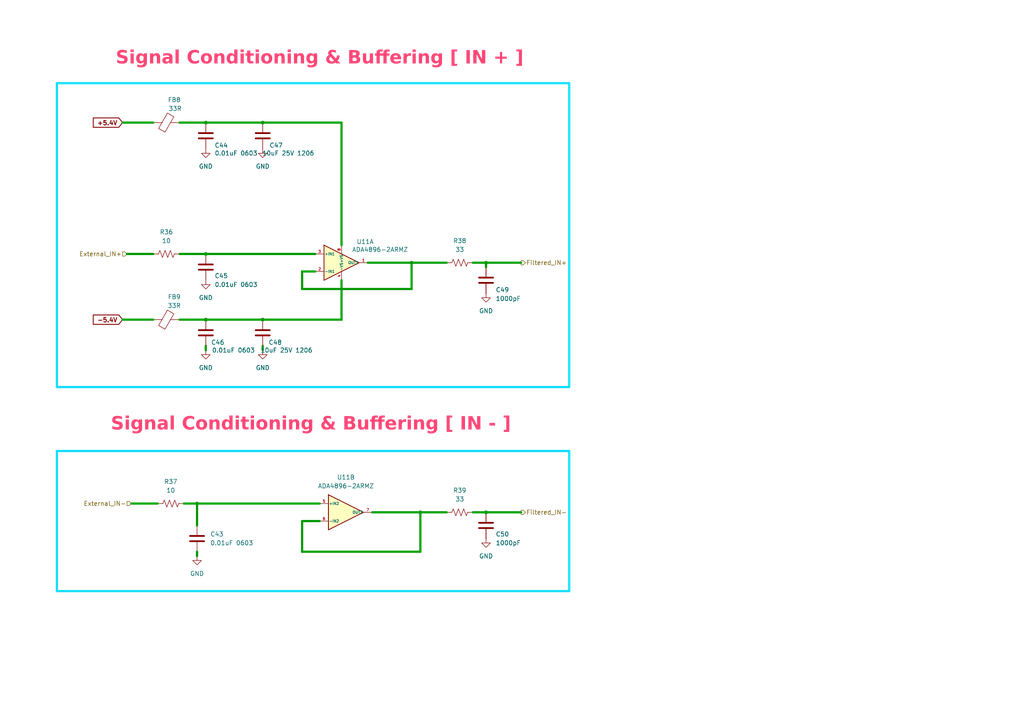
<source format=kicad_sch>
(kicad_sch (version 20250114) (generator "eeschema") (generator_version "9.0")
  (paper "A4")
  (title_block (title "NanoPulse - ADC Driver Stage") (date "2025-07-10") (rev "Rev 1") (company "N-Well Labs\n\n"))
  (lib_symbols
    (symbol "majed-symbols:ADA4896-u_1" (pin_names (offset 0.127))
      (property "Reference" "U12" (at 0 10.16 0))
      (property "Value" "ADA4896-2ARMZ" (at 0 7.62 0))
      (symbol "ADA4896-u_1_1_1"
        (polyline (pts (xy -5.08 5.08) (xy 5.08 0) (xy -5.08 -5.08) (xy -5.08 5.08)) (stroke (width 0.254)) (fill (type background)))
        (pin input line (at -7.62 2.54 0) (length 2.54) (name "+IN1") (number "3"))
        (pin input line (at -7.62 -2.54 0) (length 2.54) (name "-IN1") (number "2"))
        (pin output line (at 0 5.08 270) (length 2.54) (name "+VS") (number "8"))
        (pin output line (at 0 -5.08 90) (length 2.54) (name "-VS") (number "4"))
        (pin output line (at 7.62 0 180) (length 2.54) (name "OUT1") (number "1"))
      )
      (symbol "ADA4896-u_1_2_1"
        (polyline (pts (xy -5.08 5.08) (xy 5.08 0) (xy -5.08 -5.08) (xy -5.08 5.08)) (stroke (width 0.254)) (fill (type background)))
        (pin input line (at -7.62 2.54 0) (length 2.54) (name "+IN2") (number "5"))
        (pin input line (at -7.62 -2.54 0) (length 2.54) (name "-IN2") (number "6"))
        (pin output line (at 7.62 0 180) (length 2.54) (name "OUT2") (number "7"))
      )
    )
    (symbol "majed-symbols:C" (pin_numbers (hide yes)) (pin_names (offset 0.254))
      (property "Reference" "C" (at 0.635 2.54 0))
      (property "Value" "C" (at 0.635 -2.54 0))
      (symbol "C_0_1"
        (polyline (pts (xy -2.032 0.762) (xy 2.032 0.762)) (stroke (width 0.508)))
        (polyline (pts (xy -2.032 -0.762) (xy 2.032 -0.762)) (stroke (width 0.508)))
      )
      (symbol "C_1_1"
        (pin passive line (at 0 3.81 270) (length 2.794) (name "~") (number "1"))
        (pin passive line (at 0 -3.81 90) (length 2.794) (name "~") (number "2"))
      )
    )
    (symbol "majed-symbols:FerriteBead" (pin_numbers (hide yes)) (pin_names (offset 0))
      (property "Reference" "FB" (at -3.81 0.635 90))
      (property "Value" "FerriteBead" (at 3.81 0 90))
      (symbol "FerriteBead_0_1"
        (polyline (pts (xy -2.7686 0.4064) (xy -1.7018 2.2606) (xy 2.7686 -0.3048) (xy 1.6764 -2.159) (xy -2.7686 0.4064)))
        (polyline (pts (xy 0 1.27) (xy 0 1.2954)))
        (polyline (pts (xy 0 -1.27) (xy 0 -1.2192)))
      )
      (symbol "FerriteBead_1_1"
        (pin passive line (at 0 3.81 270) (length 2.54) (name "~") (number "1"))
        (pin passive line (at 0 -3.81 90) (length 2.54) (name "~") (number "2"))
      )
    )
    (symbol "majed-symbols:GND" (power) (pin_numbers (hide yes)) (pin_names (offset 0) (hide yes))
      (property "Value" "GND" (at 0 -3.81 0))
      (symbol "GND_0_1"
        (polyline (pts (xy 0 0) (xy 0 -1.27) (xy 1.27 -1.27) (xy 0 -2.54) (xy -1.27 -1.27) (xy 0 -1.27)))
      )
      (symbol "GND_1_1"
        (pin power_in line (at 0 0 270) (length 0) (name "~") (number "1"))
      )
    )
    (symbol "majed-symbols:R_US" (pin_numbers (hide yes)) (pin_names (offset 0))
      (property "Reference" "R" (at 2.54 0 90))
      (property "Value" "R_US" (at -2.54 0 90))
      (symbol "R_US_0_1"
        (polyline (pts (xy 0 2.286) (xy 0 2.54)))
        (polyline (pts (xy 0 2.286) (xy 1.016 1.905) (xy 0 1.524) (xy -1.016 1.143) (xy 0 0.762)))
        (polyline (pts (xy 0 0.762) (xy 1.016 0.381) (xy 0 0) (xy -1.016 -0.381) (xy 0 -0.762)))
        (polyline (pts (xy 0 -0.762) (xy 1.016 -1.143) (xy 0 -1.524) (xy -1.016 -1.905) (xy 0 -2.286)))
        (polyline (pts (xy 0 -2.286) (xy 0 -2.54)))
      )
      (symbol "R_US_1_1"
        (pin passive line (at 0 3.81 270) (length 1.27) (name "~") (number "1"))
        (pin passive line (at 0 -3.81 90) (length 1.27) (name "~") (number "2"))
      )
    )
  )
  (rectangle (start 16.51 24.13) (end 165.1 112.268) (stroke (width 0.635) (color 14 220 255 1)))
  (rectangle (start 16.51 130.81) (end 165.1 171.45) (stroke (width 0.635) (color 14 220 255 1)))
  (text "Signal Conditioning & Buffering [ IN + ]" (at 92.71 18.034 0) (effects (font (size 3.81 3.81) (bold yes))))
  (text "Signal Conditioning & Buffering [ IN - ]" (at 90.17 124.206 0) (effects (font (size 3.81 3.81) (bold yes))))
  (junction (at 76.2 35.56))
  (junction (at 140.97 76.2))
  (junction (at 59.69 35.56))
  (junction (at 57.15 146.05))
  (junction (at 140.97 148.59))
  (junction (at 121.92 148.59))
  (junction (at 59.69 73.66))
  (junction (at 76.2 92.71))
  (junction (at 59.69 92.71))
  (junction (at 119.38 76.2))
  (wire (pts (xy 119.38 76.2) (xy 129.54 76.2)) (stroke (width 0.635)))
  (wire (pts (xy 59.69 35.56) (xy 52.07 35.56)) (stroke (width 0.635)))
  (wire (pts (xy 76.2 35.56) (xy 99.06 35.56)) (stroke (width 0.635)))
  (wire (pts (xy 137.16 76.2) (xy 140.97 76.2)) (stroke (width 0.635)))
  (wire (pts (xy 140.97 148.59) (xy 151.13 148.59)) (stroke (width 0.635)))
  (wire (pts (xy 59.69 92.71) (xy 76.2 92.71)) (stroke (width 0.635)))
  (wire (pts (xy 59.69 35.56) (xy 76.2 35.56)) (stroke (width 0.635)))
  (wire (pts (xy 76.2 101.6) (xy 76.2 100.33)) (stroke (width 0.635)))
  (wire (pts (xy 99.06 81.28) (xy 99.06 92.71)) (stroke (width 0.635)))
  (wire (pts (xy 57.15 152.4) (xy 57.15 146.05)) (stroke (width 0.635)))
  (wire (pts (xy 59.69 101.6) (xy 59.69 100.33)) (stroke (width 0.635)))
  (wire (pts (xy 119.38 76.2) (xy 119.38 83.82)) (stroke (width 0.635)))
  (wire (pts (xy 137.16 148.59) (xy 140.97 148.59)) (stroke (width 0.635)))
  (wire (pts (xy 38.1 146.05) (xy 45.72 146.05)) (stroke (width 0.635)))
  (wire (pts (xy 140.97 76.2) (xy 140.97 77.47)) (stroke (width 0.635)))
  (wire (pts (xy 57.15 146.05) (xy 92.71 146.05)) (stroke (width 0.635)))
  (wire (pts (xy 35.56 92.71) (xy 44.45 92.71)) (stroke (width 0.635)))
  (wire (pts (xy 92.71 151.13) (xy 87.63 151.13)) (stroke (width 0.635)))
  (wire (pts (xy 52.07 92.71) (xy 59.69 92.71)) (stroke (width 0.635)))
  (wire (pts (xy 87.63 83.82) (xy 119.38 83.82)) (stroke (width 0.635)))
  (wire (pts (xy 99.06 35.56) (xy 99.06 71.12)) (stroke (width 0.635)))
  (wire (pts (xy 53.34 146.05) (xy 57.15 146.05)) (stroke (width 0.635)))
  (wire (pts (xy 57.15 161.29) (xy 57.15 160.02)) (stroke (width 0.635)))
  (wire (pts (xy 76.2 92.71) (xy 99.06 92.71)) (stroke (width 0.635)))
  (wire (pts (xy 106.68 76.2) (xy 119.38 76.2)) (stroke (width 0.635)))
  (wire (pts (xy 107.95 148.59) (xy 121.92 148.59)) (stroke (width 0.635)))
  (wire (pts (xy 87.63 151.13) (xy 87.63 160.02)) (stroke (width 0.635)))
  (wire (pts (xy 121.92 148.59) (xy 121.92 160.02)) (stroke (width 0.635)))
  (wire (pts (xy 87.63 78.74) (xy 91.44 78.74)) (stroke (width 0.635)))
  (wire (pts (xy 36.83 73.66) (xy 44.45 73.66)) (stroke (width 0.635)))
  (wire (pts (xy 52.07 73.66) (xy 59.69 73.66)) (stroke (width 0.635)))
  (wire (pts (xy 35.56 35.56) (xy 44.45 35.56)) (stroke (width 0.635)))
  (wire (pts (xy 87.63 160.02) (xy 121.92 160.02)) (stroke (width 0.635)))
  (wire (pts (xy 87.63 78.74) (xy 87.63 83.82)) (stroke (width 0.635)))
  (wire (pts (xy 140.97 76.2) (xy 151.13 76.2)) (stroke (width 0.635)))
  (wire (pts (xy 59.69 73.66) (xy 91.44 73.66)) (stroke (width 0.635)))
  (wire (pts (xy 121.92 148.59) (xy 129.54 148.59)) (stroke (width 0.635)))
  (global_label "+5.4V" (shape input) (at 35.56 35.56 180) (effects (font (bold yes))) (property "Intersheetrefs" "${INTERSHEET_REFS}" (effects (hide yes))) (property "Disc" "VIO" (effects (hide yes))))
  (global_label "-5.4V" (shape input) (at 35.56 92.71 180) (effects (font (bold yes))) (property "Intersheetrefs" "${INTERSHEET_REFS}" (effects (hide yes))) (property "Disc" "VIO" (effects (hide yes))))
  (hierarchical_label "External_IN+" (shape input) (at 36.83 73.66 180))
  (hierarchical_label "Filtered_IN+" (shape output) (at 151.13 76.2 0))
  (hierarchical_label "Filtered_IN-" (shape output) (at 151.13 148.59 0))
  (hierarchical_label "External_IN-" (shape input) (at 38.1 146.05 180))
  (symbol (lib_id "majed-symbols:ADA4896-u_1") (at 100.33 148.59 0) (unit 2)
    (property "Reference" "U11" (at 100.33 138.43 0))
    (property "Value" "ADA4896-2ARMZ" (at 100.33 140.97 0))
    (property "Footprint" "Majed-footprints:RM_8_ADI" (effects (hide yes)))
    (property "Datasheet" "https://www.analog.com/media/en/technical-documentation/data-sheets/ADA4807-1_4807-2_4807-4.pdf" (effects (hide yes)))
    (property "Description" "Dual Rail-to-Rail Input/Output Amplifiers, with disable, SC-70-6/SOT-23-6" (effects (hide yes)))
    (property "Digikey" "505-ADA4896-2ARMZ-ND " (effects (hide yes)))
    (property "Manufacturer" "Analog Devices Inc." (effects (hide yes)))
    (property "Mfg part #" "ADA4896-2ARMZ " (effects (hide yes)))
    (instances (project "NanoPulse" (path "" (reference "U11") (unit 2)) (path "" (reference "U12") (unit 2))))
  )
  (symbol (lib_id "majed-symbols:C") (at 59.69 39.37 0) (unit 1)
    (property "Reference" "C44" (at 62.23 42.164 0) (effects (justify left)))
    (property "Value" "0.01uF 0603" (at 62.23 44.45 0) (effects (justify left)))
    (property "Footprint" "Capacitor_SMD:C_0603_1608Metric" (effects (hide yes)))
    (property "Description" "Unpolarized capacitor" (effects (hide yes)))
    (property "Manufacturer" "KEMET" (effects (hide yes)))
    (property "Digikey" "399-17568-1-ND" (effects (hide yes)))
    (property "Mfg part #" "C0603C103J5REC7411" (effects (hide yes)))
    (instances (project "NanoPulse" (path "" (reference "C44") (unit 1)) (path "" (reference "C52") (unit 1))))
  )
  (symbol (lib_id "majed-symbols:GND") (at 59.69 81.28 0) (unit 1)
    (property "Reference" "#PWR0100" (effects (hide yes)))
    (property "Value" "GND" (at 59.69 86.36 0))
    (property "Description" "Power symbol creates a global label with name \"GND\" , ground" (effects (hide yes)))
    (instances (project "NanoPulse" (path "" (reference "#PWR0100") (unit 1)) (path "" (reference "#PWR0108") (unit 1))))
  )
  (symbol (lib_id "majed-symbols:GND") (at 140.97 85.09 0) (unit 1)
    (property "Reference" "#PWR0104" (effects (hide yes)))
    (property "Value" "GND" (at 140.97 90.17 0))
    (property "Description" "Power symbol creates a global label with name \"GND\" , ground" (effects (hide yes)))
    (instances (project "NanoPulse" (path "" (reference "#PWR0104") (unit 1)) (path "" (reference "#PWR0112") (unit 1))))
  )
  (symbol (lib_id "majed-symbols:GND") (at 140.97 156.21 0) (unit 1)
    (property "Reference" "#PWR0105" (effects (hide yes)))
    (property "Value" "GND" (at 140.97 161.29 0))
    (property "Description" "Power symbol creates a global label with name \"GND\" , ground" (effects (hide yes)))
    (instances (project "NanoPulse" (path "" (reference "#PWR0105") (unit 1)) (path "" (reference "#PWR0113") (unit 1))))
  )
  (symbol (lib_id "majed-symbols:FerriteBead") (at 48.26 92.71 90) (unit 1)
    (property "Reference" "FB9" (at 50.546 86.106 90))
    (property "Value" "33R" (at 50.546 88.646 90))
    (property "Footprint" "Inductor_SMD:L_0603_1608Metric_Pad1.05x0.95mm_HandSolder" (effects (hide yes)))
    (property "Description" "Ferrite bead" (effects (hide yes)))
    (property "Manufacturer" "Murata Electronics " (effects (hide yes)))
    (property "Digikey" "490-5220-1-ND" (effects (hide yes)))
    (property "Mfg part #" "BLM18PG330SN1D" (effects (hide yes)))
    (instances (project "NanoPulse" (path "" (reference "FB9") (unit 1)) (path "" (reference "FB11") (unit 1))))
  )
  (symbol (lib_id "majed-symbols:R_US") (at 49.53 146.05 270) (unit 1)
    (property "Reference" "R37" (at 49.53 139.7 90))
    (property "Value" "10" (at 49.53 142.24 90))
    (property "Footprint" "Resistor_SMD:R_0805_2012Metric" (effects (hide yes)))
    (property "Description" "Resistor, US symbol" (effects (hide yes)))
    (property "Manufacturer" "YAGEO" (effects (hide yes)))
    (property "Digikey" "311-10.0CRCT-ND" (effects (hide yes)))
    (property "Mfg part #" "RC0805FR-0710RL " (effects (hide yes)))
    (instances (project "NanoPulse" (path "" (reference "R37") (unit 1)) (path "" (reference "R41") (unit 1))))
  )
  (symbol (lib_id "majed-symbols:C") (at 59.69 96.52 0) (unit 1)
    (property "Reference" "C46" (at 61.214 99.314 0) (effects (justify left)))
    (property "Value" "0.01uF 0603" (at 61.468 101.6 0) (effects (justify left)))
    (property "Footprint" "Capacitor_SMD:C_0603_1608Metric" (effects (hide yes)))
    (property "Description" "Unpolarized capacitor" (effects (hide yes)))
    (property "Manufacturer" "KEMET" (effects (hide yes)))
    (property "Digikey" "399-17568-1-ND" (effects (hide yes)))
    (property "Mfg part #" "C0603C103J5REC7411" (effects (hide yes)))
    (instances (project "NanoPulse" (path "" (reference "C46") (unit 1)) (path "" (reference "C54") (unit 1))))
  )
  (symbol (lib_id "majed-symbols:GND") (at 57.15 161.29 0) (unit 1)
    (property "Reference" "#PWR098" (effects (hide yes)))
    (property "Value" "GND" (at 57.15 166.37 0))
    (property "Description" "Power symbol creates a global label with name \"GND\" , ground" (effects (hide yes)))
    (instances (project "NanoPulse" (path "" (reference "#PWR098") (unit 1)) (path "" (reference "#PWR0106") (unit 1))))
  )
  (symbol (lib_id "majed-symbols:C") (at 140.97 152.4 0) (unit 1)
    (property "Reference" "C50" (at 143.764 154.94 0) (effects (justify left)))
    (property "Value" "1000pF" (at 143.764 157.48 0) (effects (justify left)))
    (property "Footprint" "Capacitor_SMD:C_0603_1608Metric" (effects (hide yes)))
    (property "Description" "Unpolarized capacitor" (effects (hide yes)))
    (property "Manufacturer" "Samsung Electro-Mechanics" (effects (hide yes)))
    (property "Digikey" "1276-1018-1-ND" (effects (hide yes)))
    (property "Mfg part #" "CL10B102KB8NNNC" (effects (hide yes)))
    (instances (project "NanoPulse" (path "" (reference "C50") (unit 1)) (path "" (reference "C58") (unit 1))))
  )
  (symbol (lib_id "majed-symbols:GND") (at 59.69 43.18 0) (unit 1)
    (property "Reference" "#PWR099" (effects (hide yes)))
    (property "Value" "GND" (at 59.69 48.26 0))
    (property "Description" "Power symbol creates a global label with name \"GND\" , ground" (effects (hide yes)))
    (instances (project "NanoPulse" (path "" (reference "#PWR099") (unit 1)) (path "" (reference "#PWR0107") (unit 1))))
  )
  (symbol (lib_id "majed-symbols:GND") (at 76.2 43.18 0) (mirror y) (unit 1)
    (property "Reference" "#PWR0102" (effects (hide yes)))
    (property "Value" "GND" (at 76.2 48.26 0))
    (property "Description" "Power symbol creates a global label with name \"GND\" , ground" (effects (hide yes)))
    (instances (project "NanoPulse" (path "" (reference "#PWR0102") (unit 1)) (path "" (reference "#PWR0110") (unit 1))))
  )
  (symbol (lib_id "majed-symbols:GND") (at 59.69 101.6 0) (unit 1)
    (property "Reference" "#PWR0101" (effects (hide yes)))
    (property "Value" "GND" (at 59.69 106.68 0))
    (property "Description" "Power symbol creates a global label with name \"GND\" , ground" (effects (hide yes)))
    (instances (project "NanoPulse" (path "" (reference "#PWR0101") (unit 1)) (path "" (reference "#PWR0109") (unit 1))))
  )
  (symbol (lib_id "majed-symbols:R_US") (at 133.35 148.59 270) (unit 1)
    (property "Reference" "R39" (at 133.35 142.24 90))
    (property "Value" "33" (at 133.35 144.78 90))
    (property "Footprint" "Resistor_SMD:R_0603_1608Metric" (effects (hide yes)))
    (property "Description" "Resistor, US symbol" (effects (hide yes)))
    (property "Manufacturer" "YAGEO" (effects (hide yes)))
    (property "Digikey" "311-33GRCT-ND" (effects (hide yes)))
    (property "Mfg part #" "RC0603FR-072KL" (effects (hide yes)))
    (instances (project "NanoPulse" (path "" (reference "R39") (unit 1)) (path "" (reference "R43") (unit 1))))
  )
  (symbol (lib_id "majed-symbols:C") (at 59.69 77.47 0) (unit 1)
    (property "Reference" "C45" (at 62.23 80.01 0) (effects (justify left)))
    (property "Value" "0.01uF 0603" (at 62.23 82.55 0) (effects (justify left)))
    (property "Footprint" "Capacitor_SMD:C_0603_1608Metric" (effects (hide yes)))
    (property "Description" "Unpolarized capacitor" (effects (hide yes)))
    (property "Manufacturer" "KEMET" (effects (hide yes)))
    (property "Digikey" "399-17568-1-ND" (effects (hide yes)))
    (property "Mfg part #" "C0603C103J5REC7411" (effects (hide yes)))
    (instances (project "NanoPulse" (path "" (reference "C45") (unit 1)) (path "" (reference "C53") (unit 1))))
  )
  (symbol (lib_id "majed-symbols:C") (at 140.97 81.28 0) (unit 1)
    (property "Reference" "C49" (at 143.764 84.074 0) (effects (justify left)))
    (property "Value" "1000pF" (at 143.764 86.614 0) (effects (justify left)))
    (property "Footprint" "Capacitor_SMD:C_0603_1608Metric" (effects (hide yes)))
    (property "Description" "Unpolarized capacitor" (effects (hide yes)))
    (property "Manufacturer" "Samsung Electro-Mechanics" (effects (hide yes)))
    (property "Digikey" "1276-1018-1-ND" (effects (hide yes)))
    (property "Mfg part #" "CL10B102KB8NNNC" (effects (hide yes)))
    (instances (project "NanoPulse" (path "" (reference "C49") (unit 1)) (path "" (reference "C57") (unit 1))))
  )
  (symbol (lib_id "majed-symbols:C") (at 57.15 156.21 0) (unit 1)
    (property "Reference" "C43" (at 60.96 154.9399 0) (effects (justify left)))
    (property "Value" "0.01uF 0603" (at 60.96 157.4799 0) (effects (justify left)))
    (property "Footprint" "Capacitor_SMD:C_0603_1608Metric" (effects (hide yes)))
    (property "Description" "Unpolarized capacitor" (effects (hide yes)))
    (property "Manufacturer" "KEMET" (effects (hide yes)))
    (property "Digikey" "399-17568-1-ND" (effects (hide yes)))
    (property "Mfg part #" "C0603C103J5REC7411" (effects (hide yes)))
    (instances (project "NanoPulse" (path "" (reference "C43") (unit 1)) (path "" (reference "C51") (unit 1))))
  )
  (symbol (lib_id "majed-symbols:C") (at 76.2 39.37 0) (mirror y) (unit 1)
    (property "Reference" "C47" (at 82.042 42.164 0) (effects (justify left)))
    (property "Value" "10uF 25V 1206" (at 91.186 44.45 0) (effects (justify left)))
    (property "Footprint" "Capacitor_SMD:C_1206_3216Metric" (effects (hide yes)))
    (property "Description" "Unpolarized capacitor" (effects (hide yes)))
    (property "Manufacturer" "Samsung Electro-Mechanics " (effects (hide yes)))
    (property "Digikey" "1276-1181-1-ND" (effects (hide yes)))
    (property "Mfg part #" "CL31A106MAHNNNE" (effects (hide yes)))
    (instances (project "NanoPulse" (path "" (reference "C47") (unit 1)) (path "" (reference "C55") (unit 1))))
  )
  (symbol (lib_id "majed-symbols:FerriteBead") (at 48.26 35.56 90) (unit 1)
    (property "Reference" "FB8" (at 50.546 28.956 90))
    (property "Value" "33R" (at 50.8 31.496 90))
    (property "Footprint" "Inductor_SMD:L_0603_1608Metric_Pad1.05x0.95mm_HandSolder" (effects (hide yes)))
    (property "Description" "Ferrite bead" (effects (hide yes)))
    (property "Manufacturer" "Murata Electronics " (effects (hide yes)))
    (property "Digikey" "490-5220-1-ND" (effects (hide yes)))
    (property "Mfg part #" "BLM18PG330SN1D" (effects (hide yes)))
    (instances (project "NanoPulse" (path "" (reference "FB8") (unit 1)) (path "" (reference "FB10") (unit 1))))
  )
  (symbol (lib_id "majed-symbols:C") (at 76.2 96.52 0) (mirror y) (unit 1)
    (property "Reference" "C48" (at 81.788 99.314 0) (effects (justify left)))
    (property "Value" "10uF 25V 1206" (at 90.678 101.6 0) (effects (justify left)))
    (property "Footprint" "Capacitor_SMD:C_1206_3216Metric" (effects (hide yes)))
    (property "Description" "Unpolarized capacitor" (effects (hide yes)))
    (property "Manufacturer" "Samsung Electro-Mechanics " (effects (hide yes)))
    (property "Digikey" "1276-1181-1-ND" (effects (hide yes)))
    (property "Mfg part #" "CL31A106MAHNNNE" (effects (hide yes)))
    (instances (project "NanoPulse" (path "" (reference "C48") (unit 1)) (path "" (reference "C56") (unit 1))))
  )
  (symbol (lib_id "majed-symbols:R_US") (at 48.26 73.66 90) (unit 1)
    (property "Reference" "R36" (at 48.26 67.31 90))
    (property "Value" "10" (at 48.26 69.85 90))
    (property "Footprint" "Resistor_SMD:R_0805_2012Metric" (effects (hide yes)))
    (property "Description" "Resistor, US symbol" (effects (hide yes)))
    (property "Manufacturer" "YAGEO" (effects (hide yes)))
    (property "Digikey" "311-10.0CRCT-ND" (effects (hide yes)))
    (property "Mfg part #" "RC0805FR-0710RL " (effects (hide yes)))
    (instances (project "NanoPulse" (path "" (reference "R36") (unit 1)) (path "" (reference "R40") (unit 1))))
  )
  (symbol (lib_id "majed-symbols:ADA4896-u_1") (at 99.06 76.2 0) (unit 1)
    (property "Reference" "U11" (at 105.918 70.104 0))
    (property "Value" "ADA4896-2ARMZ" (at 110.236 72.39 0))
    (property "Footprint" "Majed-footprints:RM_8_ADI" (effects (hide yes)))
    (property "Datasheet" "https://www.analog.com/media/en/technical-documentation/data-sheets/ADA4807-1_4807-2_4807-4.pdf" (effects (hide yes)))
    (property "Description" "Dual Rail-to-Rail Input/Output Amplifiers, with disable, SC-70-6/SOT-23-6" (effects (hide yes)))
    (property "Digikey" "505-ADA4896-2ARMZ-ND " (effects (hide yes)))
    (property "Manufacturer" "Analog Devices Inc." (effects (hide yes)))
    (property "Mfg part #" "ADA4896-2ARMZ " (effects (hide yes)))
    (instances (project "NanoPulse" (path "" (reference "U11") (unit 1)) (path "" (reference "U12") (unit 1))))
  )
  (symbol (lib_id "majed-symbols:R_US") (at 133.35 76.2 270) (unit 1)
    (property "Reference" "R38" (at 133.35 69.85 90))
    (property "Value" "33" (at 133.35 72.39 90))
    (property "Footprint" "Resistor_SMD:R_0603_1608Metric" (effects (hide yes)))
    (property "Description" "Resistor, US symbol" (effects (hide yes)))
    (property "Manufacturer" "YAGEO" (effects (hide yes)))
    (property "Digikey" "311-33GRCT-ND" (effects (hide yes)))
    (property "Mfg part #" "RC0603FR-072KL" (effects (hide yes)))
    (instances (project "NanoPulse" (path "" (reference "R38") (unit 1)) (path "" (reference "R42") (unit 1))))
  )
  (symbol (lib_id "majed-symbols:GND") (at 76.2 101.6 0) (mirror y) (unit 1)
    (property "Reference" "#PWR0103" (effects (hide yes)))
    (property "Value" "GND" (at 76.2 106.68 0))
    (property "Description" "Power symbol creates a global label with name \"GND\" , ground" (effects (hide yes)))
    (instances (project "NanoPulse" (path "" (reference "#PWR0103") (unit 1)) (path "" (reference "#PWR0111") (unit 1))))
  )
)
</source>
